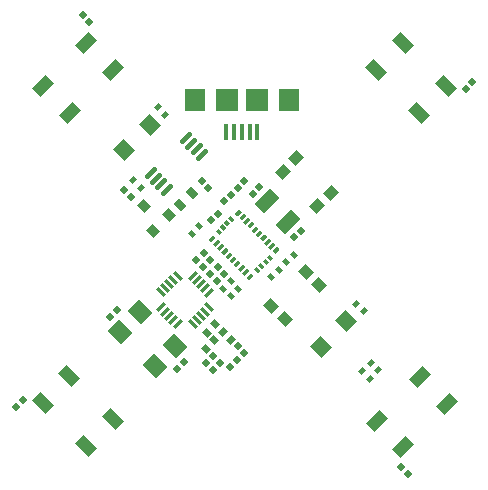
<source format=gtp>
G04 Layer_Color=8421504*
%FSAX24Y24*%
%MOIN*%
G70*
G01*
G75*
G04:AMPARAMS|DCode=10|XSize=21.7mil|YSize=17.7mil|CornerRadius=0mil|HoleSize=0mil|Usage=FLASHONLY|Rotation=45.000|XOffset=0mil|YOffset=0mil|HoleType=Round|Shape=Rectangle|*
%AMROTATEDRECTD10*
4,1,4,-0.0014,-0.0139,-0.0139,-0.0014,0.0014,0.0139,0.0139,0.0014,-0.0014,-0.0139,0.0*
%
%ADD10ROTATEDRECTD10*%

%ADD11P,0.0290X4X270.0*%
%ADD12P,0.0290X4X360.0*%
G04:AMPARAMS|DCode=13|XSize=63mil|YSize=55mil|CornerRadius=0mil|HoleSize=0mil|Usage=FLASHONLY|Rotation=135.000|XOffset=0mil|YOffset=0mil|HoleType=Round|Shape=Rectangle|*
%AMROTATEDRECTD13*
4,1,4,0.0417,-0.0028,0.0028,-0.0417,-0.0417,0.0028,-0.0028,0.0417,0.0417,-0.0028,0.0*
%
%ADD13ROTATEDRECTD13*%

G04:AMPARAMS|DCode=14|XSize=25.6mil|YSize=21.7mil|CornerRadius=0mil|HoleSize=0mil|Usage=FLASHONLY|Rotation=45.000|XOffset=0mil|YOffset=0mil|HoleType=Round|Shape=Rectangle|*
%AMROTATEDRECTD14*
4,1,4,-0.0014,-0.0167,-0.0167,-0.0014,0.0014,0.0167,0.0167,0.0014,-0.0014,-0.0167,0.0*
%
%ADD14ROTATEDRECTD14*%

G04:AMPARAMS|DCode=15|XSize=25.6mil|YSize=21.7mil|CornerRadius=0mil|HoleSize=0mil|Usage=FLASHONLY|Rotation=315.000|XOffset=0mil|YOffset=0mil|HoleType=Round|Shape=Rectangle|*
%AMROTATEDRECTD15*
4,1,4,-0.0167,0.0014,-0.0014,0.0167,0.0167,-0.0014,0.0014,-0.0167,-0.0167,0.0014,0.0*
%
%ADD15ROTATEDRECTD15*%

G04:AMPARAMS|DCode=16|XSize=32mil|YSize=36mil|CornerRadius=0mil|HoleSize=0mil|Usage=FLASHONLY|Rotation=45.000|XOffset=0mil|YOffset=0mil|HoleType=Round|Shape=Rectangle|*
%AMROTATEDRECTD16*
4,1,4,0.0014,-0.0240,-0.0240,0.0014,-0.0014,0.0240,0.0240,-0.0014,0.0014,-0.0240,0.0*
%
%ADD16ROTATEDRECTD16*%

G04:AMPARAMS|DCode=17|XSize=17.7mil|YSize=51.2mil|CornerRadius=0mil|HoleSize=0mil|Usage=FLASHONLY|Rotation=315.000|XOffset=0mil|YOffset=0mil|HoleType=Round|Shape=Round|*
%AMOVALD17*
21,1,0.0335,0.0177,0.0000,0.0000,45.0*
1,1,0.0177,-0.0118,-0.0118*
1,1,0.0177,0.0118,0.0118*
%
%ADD17OVALD17*%

G04:AMPARAMS|DCode=18|XSize=35.4mil|YSize=27.6mil|CornerRadius=0mil|HoleSize=0mil|Usage=FLASHONLY|Rotation=135.000|XOffset=0mil|YOffset=0mil|HoleType=Round|Shape=Rectangle|*
%AMROTATEDRECTD18*
4,1,4,0.0223,-0.0028,0.0028,-0.0223,-0.0223,0.0028,-0.0028,0.0223,0.0223,-0.0028,0.0*
%
%ADD18ROTATEDRECTD18*%

G04:AMPARAMS|DCode=19|XSize=21.7mil|YSize=17.7mil|CornerRadius=0mil|HoleSize=0mil|Usage=FLASHONLY|Rotation=315.000|XOffset=0mil|YOffset=0mil|HoleType=Round|Shape=Rectangle|*
%AMROTATEDRECTD19*
4,1,4,-0.0139,0.0014,-0.0014,0.0139,0.0139,-0.0014,0.0014,-0.0139,-0.0139,0.0014,0.0*
%
%ADD19ROTATEDRECTD19*%

G04:AMPARAMS|DCode=20|XSize=43.3mil|YSize=74.8mil|CornerRadius=0mil|HoleSize=0mil|Usage=FLASHONLY|Rotation=315.000|XOffset=0mil|YOffset=0mil|HoleType=Round|Shape=Rectangle|*
%AMROTATEDRECTD20*
4,1,4,-0.0418,-0.0111,0.0111,0.0418,0.0418,0.0111,-0.0111,-0.0418,-0.0418,-0.0111,0.0*
%
%ADD20ROTATEDRECTD20*%

G04:AMPARAMS|DCode=21|XSize=35.4mil|YSize=39.4mil|CornerRadius=0mil|HoleSize=0mil|Usage=FLASHONLY|Rotation=225.000|XOffset=0mil|YOffset=0mil|HoleType=Round|Shape=Rectangle|*
%AMROTATEDRECTD21*
4,1,4,-0.0014,0.0264,0.0264,-0.0014,0.0014,-0.0264,-0.0264,0.0014,-0.0014,0.0264,0.0*
%
%ADD21ROTATEDRECTD21*%

G04:AMPARAMS|DCode=22|XSize=35.4mil|YSize=39.4mil|CornerRadius=0mil|HoleSize=0mil|Usage=FLASHONLY|Rotation=315.000|XOffset=0mil|YOffset=0mil|HoleType=Round|Shape=Rectangle|*
%AMROTATEDRECTD22*
4,1,4,-0.0264,-0.0014,0.0014,0.0264,0.0264,0.0014,-0.0014,-0.0264,-0.0264,-0.0014,0.0*
%
%ADD22ROTATEDRECTD22*%

G04:AMPARAMS|DCode=23|XSize=48mil|YSize=56mil|CornerRadius=0mil|HoleSize=0mil|Usage=FLASHONLY|Rotation=225.000|XOffset=0mil|YOffset=0mil|HoleType=Round|Shape=Rectangle|*
%AMROTATEDRECTD23*
4,1,4,-0.0028,0.0368,0.0368,-0.0028,0.0028,-0.0368,-0.0368,0.0028,-0.0028,0.0368,0.0*
%
%ADD23ROTATEDRECTD23*%

G04:AMPARAMS|DCode=24|XSize=11.8mil|YSize=20.7mil|CornerRadius=0mil|HoleSize=0mil|Usage=FLASHONLY|Rotation=135.000|XOffset=0mil|YOffset=0mil|HoleType=Round|Shape=Rectangle|*
%AMROTATEDRECTD24*
4,1,4,0.0115,0.0031,-0.0031,-0.0115,-0.0115,-0.0031,0.0031,0.0115,0.0115,0.0031,0.0*
%
%ADD24ROTATEDRECTD24*%

G04:AMPARAMS|DCode=25|XSize=11.8mil|YSize=16.7mil|CornerRadius=0mil|HoleSize=0mil|Usage=FLASHONLY|Rotation=225.000|XOffset=0mil|YOffset=0mil|HoleType=Round|Shape=Rectangle|*
%AMROTATEDRECTD25*
4,1,4,-0.0017,0.0101,0.0101,-0.0017,0.0017,-0.0101,-0.0101,0.0017,-0.0017,0.0101,0.0*
%
%ADD25ROTATEDRECTD25*%

G04:AMPARAMS|DCode=26|XSize=9.8mil|YSize=33.1mil|CornerRadius=0mil|HoleSize=0mil|Usage=FLASHONLY|Rotation=45.000|XOffset=0mil|YOffset=0mil|HoleType=Round|Shape=Rectangle|*
%AMROTATEDRECTD26*
4,1,4,0.0082,-0.0152,-0.0152,0.0082,-0.0082,0.0152,0.0152,-0.0082,0.0082,-0.0152,0.0*
%
%ADD26ROTATEDRECTD26*%

G04:AMPARAMS|DCode=27|XSize=9.8mil|YSize=33.1mil|CornerRadius=0mil|HoleSize=0mil|Usage=FLASHONLY|Rotation=315.000|XOffset=0mil|YOffset=0mil|HoleType=Round|Shape=Rectangle|*
%AMROTATEDRECTD27*
4,1,4,-0.0152,-0.0082,0.0082,0.0152,0.0152,0.0082,-0.0082,-0.0152,-0.0152,-0.0082,0.0*
%
%ADD27ROTATEDRECTD27*%

%ADD28R,0.0750X0.0750*%
%ADD29R,0.0710X0.0750*%
%ADD30R,0.0140X0.0560*%
G04:AMPARAMS|DCode=31|XSize=65mil|YSize=40mil|CornerRadius=0mil|HoleSize=0mil|Usage=FLASHONLY|Rotation=135.000|XOffset=0mil|YOffset=0mil|HoleType=Round|Shape=Rectangle|*
%AMROTATEDRECTD31*
4,1,4,0.0371,-0.0088,0.0088,-0.0371,-0.0371,0.0088,-0.0088,0.0371,0.0371,-0.0088,0.0*
%
%ADD31ROTATEDRECTD31*%

G04:AMPARAMS|DCode=32|XSize=65mil|YSize=40mil|CornerRadius=0mil|HoleSize=0mil|Usage=FLASHONLY|Rotation=225.000|XOffset=0mil|YOffset=0mil|HoleType=Round|Shape=Rectangle|*
%AMROTATEDRECTD32*
4,1,4,0.0088,0.0371,0.0371,0.0088,-0.0088,-0.0371,-0.0371,-0.0088,0.0088,0.0371,0.0*
%
%ADD32ROTATEDRECTD32*%

G36*
X049860Y028666D02*
X049714Y028520D01*
X049631Y028603D01*
X049777Y028749D01*
X049860Y028666D01*
D02*
G37*
G36*
X051203Y028548D02*
X051120Y028464D01*
X051002Y028582D01*
X051085Y028666D01*
X051203Y028548D01*
D02*
G37*
G36*
X049999Y028527D02*
X049853Y028381D01*
X049770Y028464D01*
X049916Y028610D01*
X049999Y028527D01*
D02*
G37*
G36*
X049721Y028805D02*
X049575Y028659D01*
X049491Y028742D01*
X049638Y028889D01*
X049721Y028805D01*
D02*
G37*
G36*
X051287Y028979D02*
X051141Y028833D01*
X051057Y028916D01*
X051203Y029063D01*
X051287Y028979D01*
D02*
G37*
G36*
X049582Y028944D02*
X049436Y028798D01*
X049352Y028882D01*
X049498Y029028D01*
X049582Y028944D01*
D02*
G37*
G36*
X051426Y028840D02*
X051280Y028694D01*
X051197Y028777D01*
X051343Y028923D01*
X051426Y028840D01*
D02*
G37*
G36*
X050786Y028130D02*
X050702Y028047D01*
X050584Y028165D01*
X050668Y028248D01*
X050786Y028130D01*
D02*
G37*
G36*
X050417Y028109D02*
X050271Y027963D01*
X050187Y028047D01*
X050334Y028193D01*
X050417Y028109D01*
D02*
G37*
G36*
X050556Y027970D02*
X050410Y027824D01*
X050327Y027907D01*
X050473Y028053D01*
X050556Y027970D01*
D02*
G37*
G36*
X050278Y028248D02*
X050132Y028102D01*
X050048Y028186D01*
X050194Y028332D01*
X050278Y028248D01*
D02*
G37*
G36*
X051064Y028408D02*
X050981Y028325D01*
X050862Y028443D01*
X050946Y028527D01*
X051064Y028408D01*
D02*
G37*
G36*
X050139Y028388D02*
X049992Y028241D01*
X049909Y028325D01*
X050055Y028471D01*
X050139Y028388D01*
D02*
G37*
G36*
X050925Y028269D02*
X050842Y028186D01*
X050723Y028304D01*
X050807Y028388D01*
X050925Y028269D01*
D02*
G37*
G36*
X049777Y029696D02*
X049693Y029612D01*
X049575Y029731D01*
X049658Y029814D01*
X049777Y029696D01*
D02*
G37*
G36*
X050591Y029675D02*
X050445Y029529D01*
X050361Y029612D01*
X050508Y029759D01*
X050591Y029675D01*
D02*
G37*
G36*
X049638Y029557D02*
X049554Y029473D01*
X049436Y029592D01*
X049519Y029675D01*
X049638Y029557D01*
D02*
G37*
G36*
X050452Y029814D02*
X050306Y029668D01*
X050222Y029752D01*
X050368Y029898D01*
X050452Y029814D01*
D02*
G37*
G36*
X050173Y030093D02*
X050027Y029947D01*
X049944Y030030D01*
X050090Y030176D01*
X050173Y030093D01*
D02*
G37*
G36*
X050313Y029953D02*
X050166Y029807D01*
X050083Y029891D01*
X050229Y030037D01*
X050313Y029953D01*
D02*
G37*
G36*
X049916Y029835D02*
X049832Y029752D01*
X049714Y029870D01*
X049798Y029953D01*
X049916Y029835D01*
D02*
G37*
G36*
X049303Y029223D02*
X049157Y029077D01*
X049074Y029160D01*
X049220Y029306D01*
X049303Y029223D01*
D02*
G37*
G36*
X051148Y029118D02*
X051002Y028972D01*
X050918Y029056D01*
X051064Y029202D01*
X051148Y029118D01*
D02*
G37*
G36*
X049443Y029084D02*
X049297Y028937D01*
X049213Y029021D01*
X049359Y029167D01*
X049443Y029084D01*
D02*
G37*
G36*
X051009Y029258D02*
X050862Y029111D01*
X050779Y029195D01*
X050925Y029341D01*
X051009Y029258D01*
D02*
G37*
G36*
X050730Y029536D02*
X050584Y029390D01*
X050501Y029473D01*
X050647Y029619D01*
X050730Y029536D01*
D02*
G37*
G36*
X049498Y029418D02*
X049415Y029334D01*
X049297Y029452D01*
X049380Y029536D01*
X049498Y029418D01*
D02*
G37*
G36*
X050869Y029397D02*
X050723Y029251D01*
X050640Y029334D01*
X050786Y029480D01*
X050869Y029397D01*
D02*
G37*
D10*
X054473Y025059D02*
D03*
X054724Y024809D02*
D03*
X054441Y024526D02*
D03*
X054191Y024777D02*
D03*
X046554Y031141D02*
D03*
X046804Y030890D02*
D03*
X047618Y033330D02*
D03*
X047367Y033580D02*
D03*
X053978Y027039D02*
D03*
X054229Y026789D02*
D03*
D11*
X048830Y031127D02*
D03*
X049053Y030904D02*
D03*
X049219Y025293D02*
D03*
X049442Y025070D02*
D03*
X048972Y025045D02*
D03*
X049195Y024823D02*
D03*
X050255Y025388D02*
D03*
X050033Y025611D02*
D03*
X046472Y030586D02*
D03*
X046250Y030808D02*
D03*
X049124Y028500D02*
D03*
X048901Y028722D02*
D03*
X048876Y028252D02*
D03*
X048654Y028475D02*
D03*
X049361Y028263D02*
D03*
X049584Y028040D02*
D03*
X049113Y028015D02*
D03*
X049336Y027793D02*
D03*
X055477Y021581D02*
D03*
X055700Y021358D02*
D03*
X045093Y036419D02*
D03*
X044871Y036642D02*
D03*
D12*
X045790Y026591D02*
D03*
X046013Y026813D02*
D03*
X050008Y025152D02*
D03*
X049785Y024929D02*
D03*
X048240Y025081D02*
D03*
X048017Y024858D02*
D03*
X050033Y030904D02*
D03*
X050255Y031127D02*
D03*
X049796Y030667D02*
D03*
X049573Y030444D02*
D03*
X049371Y030031D02*
D03*
X049149Y029808D02*
D03*
X051906Y029242D02*
D03*
X052129Y029465D02*
D03*
X050528Y030692D02*
D03*
X050750Y030914D02*
D03*
X042866Y023808D02*
D03*
X042643Y023585D02*
D03*
X057634Y034192D02*
D03*
X057857Y034415D02*
D03*
D13*
X046792Y026766D02*
D03*
X047945Y025613D02*
D03*
X047273Y024941D02*
D03*
X046121Y026094D02*
D03*
D14*
X049545Y026099D02*
D03*
X049824Y025820D02*
D03*
D15*
X049293Y026346D02*
D03*
X049015Y026068D02*
D03*
X049258Y025816D02*
D03*
X048979Y025537D02*
D03*
D16*
X047223Y029447D02*
D03*
X047757Y029980D02*
D03*
X046898Y030301D02*
D03*
D17*
X048843Y032000D02*
D03*
X048662Y032181D02*
D03*
X048481Y032362D02*
D03*
X048300Y032543D02*
D03*
X047674Y030831D02*
D03*
X047493Y031012D02*
D03*
X047312Y031193D02*
D03*
X047131Y031374D02*
D03*
D18*
X048500Y030715D02*
D03*
X048111Y030325D02*
D03*
D19*
X048498Y029370D02*
D03*
X048749Y029620D02*
D03*
X051401Y028171D02*
D03*
X051150Y027920D02*
D03*
X051645Y028415D02*
D03*
X051896Y028666D02*
D03*
X049807Y027284D02*
D03*
X050057Y027534D02*
D03*
X049559Y027531D02*
D03*
X049810Y027782D02*
D03*
D20*
X050998Y030444D02*
D03*
X051694Y029748D02*
D03*
D21*
X052740Y027651D02*
D03*
X052295Y028096D02*
D03*
X051599Y026510D02*
D03*
X051154Y026955D02*
D03*
D22*
X051988Y031879D02*
D03*
X051543Y031434D02*
D03*
X053129Y030738D02*
D03*
X052684Y030293D02*
D03*
D23*
X047097Y032988D02*
D03*
X046255Y032147D02*
D03*
X052796Y025606D02*
D03*
X053637Y026448D02*
D03*
D24*
X050198Y029922D02*
D03*
X050337Y029783D02*
D03*
X050476Y029644D02*
D03*
X050615Y029505D02*
D03*
X050755Y029365D02*
D03*
X050894Y029226D02*
D03*
X051033Y029087D02*
D03*
X051172Y028948D02*
D03*
X051311Y028809D02*
D03*
X050441Y027939D02*
D03*
X050302Y028078D02*
D03*
X050163Y028217D02*
D03*
X050024Y028356D02*
D03*
X049885Y028495D02*
D03*
X049745Y028635D02*
D03*
X049606Y028774D02*
D03*
X049467Y028913D02*
D03*
X049328Y029052D02*
D03*
X049189Y029191D02*
D03*
X050059Y030061D02*
D03*
D25*
X051103Y028565D02*
D03*
X050963Y028426D02*
D03*
X050824Y028287D02*
D03*
X050685Y028147D02*
D03*
X049397Y029435D02*
D03*
X049537Y029574D02*
D03*
X049676Y029713D02*
D03*
X049815Y029853D02*
D03*
D26*
X048031Y027967D02*
D03*
X047892Y027827D02*
D03*
X047752Y027688D02*
D03*
X047613Y027549D02*
D03*
X047474Y027410D02*
D03*
X048534Y026350D02*
D03*
X048673Y026489D02*
D03*
X048812Y026628D02*
D03*
X048951Y026768D02*
D03*
X049090Y026907D02*
D03*
D27*
X047474D02*
D03*
X047613Y026768D02*
D03*
X047752Y026628D02*
D03*
X047892Y026489D02*
D03*
X048031Y026350D02*
D03*
X049083Y027403D02*
D03*
X048944Y027542D02*
D03*
X048805Y027681D02*
D03*
X048666Y027820D02*
D03*
X048527Y027959D02*
D03*
D28*
X049679Y033808D02*
D03*
X050679D02*
D03*
D29*
X048599D02*
D03*
X051754D02*
D03*
D30*
X049919Y032758D02*
D03*
X050179D02*
D03*
X050435D02*
D03*
X049659D02*
D03*
X050691D02*
D03*
D31*
X044971Y022286D02*
D03*
X043532Y023725D02*
D03*
X044423Y024616D02*
D03*
X045862Y023177D02*
D03*
X055529Y035714D02*
D03*
X056968Y034275D02*
D03*
X056077Y033384D02*
D03*
X054638Y034823D02*
D03*
D32*
X056108Y024577D02*
D03*
X054669Y023138D02*
D03*
X055560Y022247D02*
D03*
X056999Y023686D02*
D03*
X044427Y033388D02*
D03*
X045866Y034827D02*
D03*
X044975Y035718D02*
D03*
X043536Y034279D02*
D03*
M02*

</source>
